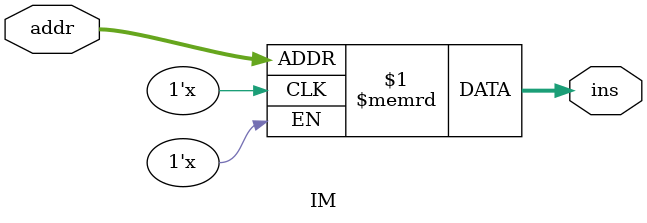
<source format=v>
module IM(
    input [8:2] addr,
    output [31:0] ins
);
    
    reg [31:0] ROM[127:0];

    assign ins = ROM[addr];

endmodule
</source>
